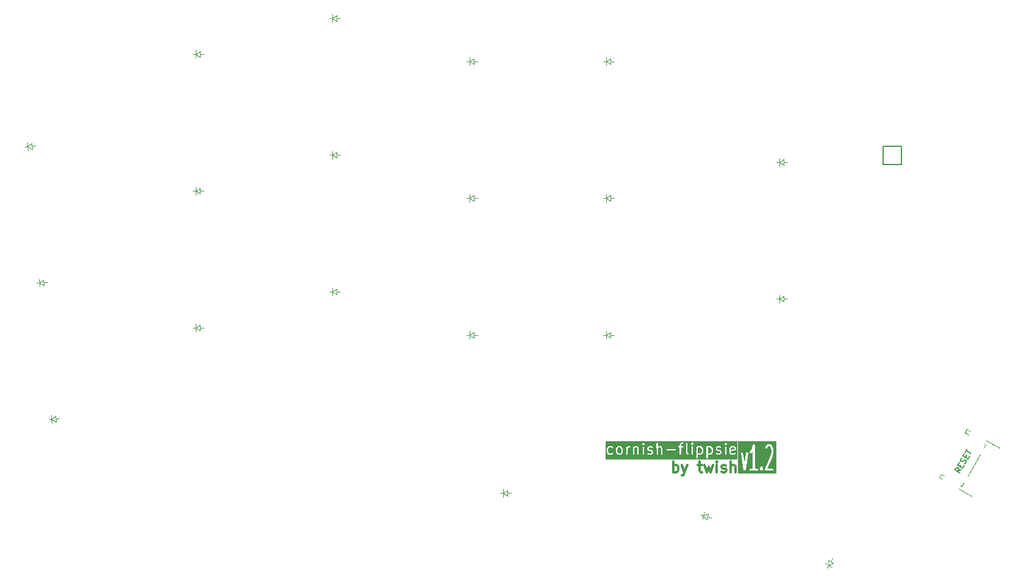
<source format=gbr>
%TF.GenerationSoftware,KiCad,Pcbnew,8.0.0*%
%TF.CreationDate,2024-03-23T03:27:30+01:00*%
%TF.ProjectId,cornish-v1.2,636f726e-6973-4682-9d76-312e322e6b69,v1.0.0*%
%TF.SameCoordinates,Original*%
%TF.FileFunction,Legend,Top*%
%TF.FilePolarity,Positive*%
%FSLAX46Y46*%
G04 Gerber Fmt 4.6, Leading zero omitted, Abs format (unit mm)*
G04 Created by KiCad (PCBNEW 8.0.0) date 2024-03-23 03:27:30*
%MOMM*%
%LPD*%
G01*
G04 APERTURE LIST*
%ADD10C,0.300000*%
%ADD11C,0.187500*%
%ADD12C,0.150000*%
%ADD13C,0.100000*%
%ADD14C,0.120000*%
G04 APERTURE END LIST*
D10*
X230554510Y-158300828D02*
X230554510Y-156800828D01*
X230554510Y-157372257D02*
X230697368Y-157300828D01*
X230697368Y-157300828D02*
X230983082Y-157300828D01*
X230983082Y-157300828D02*
X231125939Y-157372257D01*
X231125939Y-157372257D02*
X231197368Y-157443685D01*
X231197368Y-157443685D02*
X231268796Y-157586542D01*
X231268796Y-157586542D02*
X231268796Y-158015114D01*
X231268796Y-158015114D02*
X231197368Y-158157971D01*
X231197368Y-158157971D02*
X231125939Y-158229400D01*
X231125939Y-158229400D02*
X230983082Y-158300828D01*
X230983082Y-158300828D02*
X230697368Y-158300828D01*
X230697368Y-158300828D02*
X230554510Y-158229400D01*
X231768796Y-157300828D02*
X232125939Y-158300828D01*
X232483082Y-157300828D02*
X232125939Y-158300828D01*
X232125939Y-158300828D02*
X231983082Y-158657971D01*
X231983082Y-158657971D02*
X231911653Y-158729400D01*
X231911653Y-158729400D02*
X231768796Y-158800828D01*
X233983082Y-157300828D02*
X234554510Y-157300828D01*
X234197367Y-156800828D02*
X234197367Y-158086542D01*
X234197367Y-158086542D02*
X234268796Y-158229400D01*
X234268796Y-158229400D02*
X234411653Y-158300828D01*
X234411653Y-158300828D02*
X234554510Y-158300828D01*
X234911653Y-157300828D02*
X235197368Y-158300828D01*
X235197368Y-158300828D02*
X235483082Y-157586542D01*
X235483082Y-157586542D02*
X235768796Y-158300828D01*
X235768796Y-158300828D02*
X236054510Y-157300828D01*
X236625939Y-158300828D02*
X236625939Y-157300828D01*
X236625939Y-156800828D02*
X236554511Y-156872257D01*
X236554511Y-156872257D02*
X236625939Y-156943685D01*
X236625939Y-156943685D02*
X236697368Y-156872257D01*
X236697368Y-156872257D02*
X236625939Y-156800828D01*
X236625939Y-156800828D02*
X236625939Y-156943685D01*
X237268797Y-158229400D02*
X237411654Y-158300828D01*
X237411654Y-158300828D02*
X237697368Y-158300828D01*
X237697368Y-158300828D02*
X237840225Y-158229400D01*
X237840225Y-158229400D02*
X237911654Y-158086542D01*
X237911654Y-158086542D02*
X237911654Y-158015114D01*
X237911654Y-158015114D02*
X237840225Y-157872257D01*
X237840225Y-157872257D02*
X237697368Y-157800828D01*
X237697368Y-157800828D02*
X237483083Y-157800828D01*
X237483083Y-157800828D02*
X237340225Y-157729400D01*
X237340225Y-157729400D02*
X237268797Y-157586542D01*
X237268797Y-157586542D02*
X237268797Y-157515114D01*
X237268797Y-157515114D02*
X237340225Y-157372257D01*
X237340225Y-157372257D02*
X237483083Y-157300828D01*
X237483083Y-157300828D02*
X237697368Y-157300828D01*
X237697368Y-157300828D02*
X237840225Y-157372257D01*
X238554511Y-158300828D02*
X238554511Y-156800828D01*
X239197369Y-158300828D02*
X239197369Y-157515114D01*
X239197369Y-157515114D02*
X239125940Y-157372257D01*
X239125940Y-157372257D02*
X238983083Y-157300828D01*
X238983083Y-157300828D02*
X238768797Y-157300828D01*
X238768797Y-157300828D02*
X238625940Y-157372257D01*
X238625940Y-157372257D02*
X238554511Y-157443685D01*
G36*
X244854185Y-158504211D02*
G01*
X239584463Y-158504211D01*
X239584463Y-155703758D01*
X239962241Y-155703758D01*
X239963949Y-155733113D01*
X240320294Y-157976615D01*
X240319384Y-157982442D01*
X240324772Y-158004805D01*
X240328494Y-158028238D01*
X240331667Y-158033426D01*
X240333093Y-158039342D01*
X240346845Y-158058238D01*
X240359035Y-158078165D01*
X240363952Y-158081744D01*
X240367532Y-158086662D01*
X240387458Y-158098851D01*
X240406355Y-158112604D01*
X240412270Y-158114029D01*
X240417459Y-158117203D01*
X240440536Y-158120839D01*
X240463255Y-158126313D01*
X240469264Y-158125366D01*
X240475273Y-158126313D01*
X240497984Y-158120841D01*
X240521069Y-158117204D01*
X240526259Y-158114028D01*
X240532173Y-158112604D01*
X240551061Y-158098857D01*
X240570996Y-158086663D01*
X240574576Y-158081743D01*
X240579493Y-158078165D01*
X240591680Y-158058241D01*
X240605435Y-158039342D01*
X240606860Y-158033426D01*
X240610034Y-158028238D01*
X240617436Y-157999779D01*
X240976287Y-155703757D01*
X240962578Y-155646858D01*
X240928139Y-155599537D01*
X240878212Y-155568996D01*
X240820398Y-155559887D01*
X240763498Y-155573596D01*
X240716178Y-155608035D01*
X240685637Y-155657962D01*
X240678235Y-155686420D01*
X240469520Y-157021830D01*
X240252891Y-155657962D01*
X240222350Y-155608035D01*
X240175030Y-155573596D01*
X240118130Y-155559887D01*
X240060316Y-155568997D01*
X240010389Y-155599538D01*
X239975950Y-155646858D01*
X239962241Y-155703758D01*
X239584463Y-155703758D01*
X239584463Y-155527833D01*
X241177750Y-155527833D01*
X241181401Y-155586245D01*
X241207127Y-155638815D01*
X241251014Y-155677538D01*
X241306378Y-155696519D01*
X241364790Y-155692868D01*
X241417360Y-155667142D01*
X241438883Y-155647105D01*
X241578549Y-155485015D01*
X241592053Y-155472114D01*
X241596579Y-155464090D01*
X241598941Y-155461350D01*
X241600203Y-155457666D01*
X241605710Y-155447906D01*
X241607710Y-157828305D01*
X241297143Y-157829315D01*
X241243071Y-157851713D01*
X241201687Y-157893097D01*
X241179289Y-157947169D01*
X241179289Y-158005697D01*
X241201687Y-158059769D01*
X241243071Y-158101153D01*
X241297143Y-158123551D01*
X241326407Y-158126433D01*
X242212814Y-158123551D01*
X242266886Y-158101153D01*
X242308270Y-158059769D01*
X242330668Y-158005697D01*
X242330668Y-157947169D01*
X242308270Y-157893097D01*
X242266886Y-157851713D01*
X242239654Y-157840433D01*
X242607232Y-157840433D01*
X242608485Y-157843666D01*
X242608565Y-157847137D01*
X242617740Y-157875075D01*
X242693223Y-158039894D01*
X242699818Y-158056903D01*
X242701019Y-158058161D01*
X242701686Y-158059769D01*
X242702865Y-158060948D01*
X242703617Y-158062590D01*
X242722356Y-158080493D01*
X242740249Y-158099221D01*
X242741839Y-158099922D01*
X242743070Y-158101153D01*
X242744677Y-158101819D01*
X242745935Y-158103020D01*
X242770085Y-158112384D01*
X242793797Y-158122846D01*
X242795535Y-158122885D01*
X242797142Y-158123551D01*
X242798882Y-158123551D01*
X242800502Y-158124179D01*
X242826405Y-158123588D01*
X242852309Y-158124179D01*
X242853929Y-158123551D01*
X242855670Y-158123551D01*
X242857276Y-158122885D01*
X242859014Y-158122846D01*
X242882727Y-158112384D01*
X242906876Y-158103021D01*
X242908134Y-158101819D01*
X242909742Y-158101153D01*
X242910970Y-158099924D01*
X242912563Y-158099222D01*
X242930466Y-158080482D01*
X242949194Y-158062590D01*
X242950344Y-158060550D01*
X242951126Y-158059769D01*
X242951792Y-158058161D01*
X242952993Y-158056904D01*
X242954291Y-158053554D01*
X242963643Y-158036980D01*
X242978352Y-158002337D01*
X243250089Y-158002337D01*
X243250717Y-158003956D01*
X243250717Y-158005697D01*
X243261272Y-158031179D01*
X243271247Y-158056904D01*
X243272449Y-158058162D01*
X243273115Y-158059769D01*
X243292608Y-158079262D01*
X243311678Y-158099222D01*
X243313270Y-158099924D01*
X243314499Y-158101153D01*
X243339971Y-158111704D01*
X243365226Y-158122846D01*
X243366964Y-158122885D01*
X243368571Y-158123551D01*
X243397835Y-158126433D01*
X244355671Y-158123551D01*
X244409743Y-158101153D01*
X244451127Y-158059769D01*
X244473525Y-158005697D01*
X244473525Y-157947169D01*
X244451127Y-157893097D01*
X244409743Y-157851713D01*
X244355671Y-157829315D01*
X244326407Y-157826433D01*
X243626698Y-157828538D01*
X244386125Y-156100910D01*
X244396273Y-156083934D01*
X244399785Y-156069837D01*
X244401391Y-156066184D01*
X244401461Y-156063110D01*
X244403382Y-156055400D01*
X244469708Y-155586338D01*
X244473525Y-155577126D01*
X244476407Y-155547862D01*
X244473854Y-155235145D01*
X244476375Y-155220938D01*
X244473545Y-155197256D01*
X244473525Y-155194788D01*
X244473138Y-155193855D01*
X244472886Y-155191741D01*
X244401691Y-154880822D01*
X244401391Y-154867635D01*
X244392408Y-154840283D01*
X244392338Y-154839975D01*
X244392280Y-154839892D01*
X244392216Y-154839697D01*
X244319056Y-154679950D01*
X244313226Y-154662944D01*
X244307860Y-154655504D01*
X244306339Y-154652182D01*
X244303525Y-154649494D01*
X244296025Y-154639094D01*
X244166506Y-154495738D01*
X244165412Y-154493097D01*
X244152022Y-154479707D01*
X244131645Y-154457153D01*
X244127381Y-154455066D01*
X244124028Y-154451713D01*
X244101237Y-154442272D01*
X244079075Y-154431427D01*
X244074340Y-154431131D01*
X244069956Y-154429315D01*
X244040692Y-154426433D01*
X243706920Y-154428922D01*
X243703579Y-154427777D01*
X243682311Y-154429105D01*
X243654286Y-154429315D01*
X243649901Y-154431131D01*
X243645167Y-154431427D01*
X243623004Y-154442272D01*
X243600214Y-154451713D01*
X243596860Y-154455066D01*
X243592597Y-154457153D01*
X243571074Y-154477190D01*
X243431407Y-154639279D01*
X243417903Y-154652182D01*
X243413375Y-154660206D01*
X243411016Y-154662945D01*
X243409754Y-154666625D01*
X243403454Y-154677792D01*
X243322851Y-154867635D01*
X243321518Y-154926147D01*
X243342677Y-154980714D01*
X243383108Y-155023032D01*
X243436656Y-155046656D01*
X243495168Y-155047989D01*
X243549735Y-155026830D01*
X243592053Y-154986399D01*
X243606502Y-154960789D01*
X243664297Y-154824663D01*
X243749363Y-154725942D01*
X243972130Y-154724280D01*
X244053281Y-154814102D01*
X244109468Y-154936787D01*
X244176449Y-155229306D01*
X244178844Y-155522660D01*
X244178003Y-155526038D01*
X244113400Y-155982900D01*
X243274195Y-157892016D01*
X243273115Y-157893097D01*
X243263222Y-157916979D01*
X243251422Y-157943824D01*
X243251382Y-157945562D01*
X243250717Y-157947169D01*
X243250717Y-157974770D01*
X243250089Y-158002337D01*
X242978352Y-158002337D01*
X243023530Y-157895933D01*
X243024423Y-157894999D01*
X243029642Y-157881539D01*
X243044248Y-157847139D01*
X243044327Y-157843665D01*
X243045581Y-157840432D01*
X243044990Y-157814529D01*
X243045581Y-157788626D01*
X243044327Y-157785392D01*
X243044248Y-157781920D01*
X243035072Y-157753982D01*
X242959586Y-157589158D01*
X242952993Y-157572153D01*
X242951792Y-157570896D01*
X242951126Y-157569288D01*
X242949946Y-157568108D01*
X242949195Y-157566467D01*
X242930449Y-157548557D01*
X242912562Y-157529835D01*
X242910971Y-157529133D01*
X242909742Y-157527904D01*
X242908135Y-157527238D01*
X242906877Y-157526036D01*
X242882719Y-157516669D01*
X242859014Y-157506211D01*
X242857276Y-157506171D01*
X242855670Y-157505506D01*
X242853929Y-157505506D01*
X242852309Y-157504878D01*
X242826405Y-157505468D01*
X242800502Y-157504878D01*
X242798882Y-157505506D01*
X242797142Y-157505506D01*
X242795535Y-157506171D01*
X242793797Y-157506211D01*
X242770076Y-157516675D01*
X242745935Y-157526037D01*
X242744678Y-157527237D01*
X242743070Y-157527904D01*
X242741841Y-157529132D01*
X242740249Y-157529835D01*
X242722339Y-157548580D01*
X242703617Y-157566468D01*
X242702466Y-157568507D01*
X242701686Y-157569288D01*
X242701020Y-157570894D01*
X242699818Y-157572153D01*
X242698518Y-157575505D01*
X242689168Y-157592078D01*
X242629282Y-157733124D01*
X242628391Y-157734058D01*
X242623171Y-157747518D01*
X242608565Y-157781921D01*
X242608485Y-157785391D01*
X242607232Y-157788625D01*
X242607822Y-157814529D01*
X242607232Y-157840433D01*
X242239654Y-157840433D01*
X242212814Y-157829315D01*
X242183550Y-157826433D01*
X241904852Y-157827339D01*
X241902138Y-154597627D01*
X241904375Y-154589869D01*
X241902114Y-154568750D01*
X241902096Y-154547169D01*
X241899004Y-154539706D01*
X241898145Y-154531675D01*
X241887890Y-154512874D01*
X241879698Y-154493097D01*
X241873988Y-154487387D01*
X241870120Y-154480295D01*
X241853449Y-154466848D01*
X241838314Y-154451713D01*
X241830854Y-154448623D01*
X241824565Y-154443550D01*
X241804017Y-154437506D01*
X241784242Y-154429315D01*
X241776167Y-154429315D01*
X241768415Y-154427035D01*
X241747121Y-154429315D01*
X241725714Y-154429315D01*
X241718251Y-154432406D01*
X241710220Y-154433266D01*
X241691420Y-154443520D01*
X241671642Y-154451713D01*
X241665931Y-154457423D01*
X241658841Y-154461291D01*
X241645396Y-154477958D01*
X241630258Y-154493097D01*
X241627167Y-154500557D01*
X241622095Y-154506846D01*
X241611073Y-154534108D01*
X241477789Y-154996449D01*
X241474883Y-155001602D01*
X241346481Y-155298674D01*
X241196731Y-155472469D01*
X241177750Y-155527833D01*
X239584463Y-155527833D01*
X239584463Y-154048655D01*
X244854185Y-154048655D01*
X244854185Y-158504211D01*
G37*
D11*
G36*
X234422257Y-154952209D02*
G01*
X234473380Y-155001811D01*
X234529682Y-155111623D01*
X234531231Y-155496005D01*
X234477822Y-155605582D01*
X234428221Y-155656703D01*
X234318337Y-155713042D01*
X234076718Y-155714473D01*
X234002073Y-155678091D01*
X234001193Y-154936222D01*
X234071230Y-154900313D01*
X234312849Y-154898882D01*
X234422257Y-154952209D01*
G37*
G36*
X235779400Y-154952209D02*
G01*
X235830523Y-155001811D01*
X235886825Y-155111623D01*
X235888374Y-155496005D01*
X235834965Y-155605582D01*
X235785364Y-155656703D01*
X235675480Y-155713042D01*
X235433861Y-155714473D01*
X235359216Y-155678091D01*
X235358336Y-154936222D01*
X235428373Y-154900313D01*
X235669992Y-154898882D01*
X235779400Y-154952209D01*
G37*
G36*
X223279399Y-154952209D02*
G01*
X223330522Y-155001811D01*
X223386824Y-155111623D01*
X223388373Y-155496005D01*
X223334964Y-155605582D01*
X223285363Y-155656703D01*
X223175410Y-155713078D01*
X223005130Y-155714396D01*
X222895878Y-155661145D01*
X222844757Y-155611544D01*
X222788455Y-155501732D01*
X222786906Y-155117350D01*
X222840313Y-155007775D01*
X222889916Y-154956652D01*
X222999870Y-154900277D01*
X223170149Y-154898959D01*
X223279399Y-154952209D01*
G37*
G36*
X239052964Y-154946287D02*
G01*
X239101252Y-155040469D01*
X239101773Y-155087003D01*
X238573032Y-155194079D01*
X238572580Y-155046008D01*
X238620106Y-154948499D01*
X238714088Y-154900313D01*
X238955707Y-154898882D01*
X239052964Y-154946287D01*
G37*
G36*
X239455203Y-156565294D02*
G01*
X221148652Y-156565294D01*
X221148652Y-155092392D01*
X221315319Y-155092392D01*
X221316987Y-155506439D01*
X221316055Y-155509238D01*
X221317055Y-155523320D01*
X221317120Y-155539254D01*
X221318409Y-155542366D01*
X221318648Y-155545726D01*
X221325216Y-155562890D01*
X221397825Y-155704507D01*
X221402546Y-155715906D01*
X221405537Y-155719551D01*
X221406435Y-155721301D01*
X221408306Y-155722923D01*
X221414206Y-155730112D01*
X221487084Y-155800823D01*
X221494446Y-155809312D01*
X221498394Y-155811797D01*
X221499841Y-155813201D01*
X221502130Y-155814149D01*
X221510000Y-155819103D01*
X221641045Y-155882975D01*
X221642698Y-155884628D01*
X221654272Y-155889422D01*
X221670022Y-155897099D01*
X221673380Y-155897337D01*
X221676493Y-155898627D01*
X221694783Y-155900428D01*
X221966156Y-155898820D01*
X221968771Y-155899692D01*
X221982390Y-155898724D01*
X221998787Y-155898627D01*
X222001899Y-155897337D01*
X222005258Y-155897099D01*
X222022423Y-155890531D01*
X222180835Y-155809312D01*
X222204802Y-155781678D01*
X222216369Y-155746976D01*
X222213777Y-155710489D01*
X222197418Y-155677770D01*
X222169783Y-155653804D01*
X222135082Y-155642236D01*
X222098594Y-155644828D01*
X222081430Y-155651397D01*
X221961194Y-155713042D01*
X221719575Y-155714473D01*
X221610164Y-155661145D01*
X221559043Y-155611544D01*
X221502741Y-155501732D01*
X221501192Y-155117350D01*
X221513357Y-155092392D01*
X222601033Y-155092392D01*
X222602701Y-155506439D01*
X222601769Y-155509238D01*
X222602769Y-155523320D01*
X222602834Y-155539254D01*
X222604123Y-155542366D01*
X222604362Y-155545726D01*
X222610930Y-155562890D01*
X222683539Y-155704507D01*
X222688260Y-155715906D01*
X222691251Y-155719551D01*
X222692149Y-155721301D01*
X222694020Y-155722923D01*
X222699920Y-155730112D01*
X222772798Y-155800823D01*
X222780160Y-155809312D01*
X222784108Y-155811797D01*
X222785555Y-155813201D01*
X222787844Y-155814149D01*
X222795714Y-155819103D01*
X222926759Y-155882975D01*
X222928412Y-155884628D01*
X222939986Y-155889422D01*
X222955736Y-155897099D01*
X222959094Y-155897337D01*
X222962207Y-155898627D01*
X222980497Y-155900428D01*
X223180616Y-155898878D01*
X223183057Y-155899692D01*
X223196205Y-155898757D01*
X223213073Y-155898627D01*
X223216185Y-155897337D01*
X223219545Y-155897099D01*
X223236709Y-155890531D01*
X223378326Y-155817921D01*
X223389725Y-155813201D01*
X223393370Y-155810209D01*
X223395120Y-155809312D01*
X223396742Y-155807440D01*
X223403931Y-155801541D01*
X223474642Y-155728662D01*
X223483131Y-155721301D01*
X223485616Y-155717352D01*
X223487020Y-155715906D01*
X223487968Y-155713616D01*
X223492922Y-155705747D01*
X223556794Y-155574701D01*
X223558447Y-155573049D01*
X223563241Y-155561474D01*
X223570918Y-155545725D01*
X223571156Y-155542366D01*
X223572446Y-155539254D01*
X223574247Y-155520964D01*
X223572578Y-155106916D01*
X223573511Y-155104118D01*
X223572510Y-155090035D01*
X223572446Y-155074102D01*
X223571156Y-155070989D01*
X223570918Y-155067631D01*
X223564350Y-155050466D01*
X223491736Y-154908839D01*
X223487019Y-154897450D01*
X223484029Y-154893806D01*
X223483131Y-154892055D01*
X223481259Y-154890432D01*
X223475360Y-154883243D01*
X223402483Y-154812535D01*
X223397403Y-154806678D01*
X224029604Y-154806678D01*
X224031405Y-155824968D01*
X224045404Y-155858763D01*
X224071269Y-155884628D01*
X224105064Y-155898627D01*
X224141644Y-155898627D01*
X224175439Y-155884628D01*
X224201304Y-155858763D01*
X224215303Y-155824968D01*
X224217104Y-155806678D01*
X224215883Y-155116516D01*
X224268885Y-155007775D01*
X224318488Y-154956652D01*
X224428574Y-154900210D01*
X224570216Y-154898627D01*
X224604011Y-154884628D01*
X224629876Y-154858763D01*
X224643875Y-154824968D01*
X224643875Y-154806678D01*
X224958175Y-154806678D01*
X224959976Y-155824968D01*
X224973975Y-155858763D01*
X224999840Y-155884628D01*
X225033635Y-155898627D01*
X225070215Y-155898627D01*
X225104010Y-155884628D01*
X225129875Y-155858763D01*
X225143874Y-155824968D01*
X225145675Y-155806678D01*
X225144228Y-154989016D01*
X225175630Y-154956652D01*
X225285584Y-154900277D01*
X225455863Y-154898959D01*
X225552962Y-154946287D01*
X225601075Y-155040128D01*
X225602834Y-155824968D01*
X225616833Y-155858763D01*
X225642698Y-155884628D01*
X225676493Y-155898627D01*
X225713073Y-155898627D01*
X225746868Y-155884628D01*
X225772733Y-155858763D01*
X225786732Y-155824968D01*
X225788533Y-155806678D01*
X225786805Y-155035662D01*
X225787797Y-155032689D01*
X225786766Y-155018192D01*
X225786732Y-155002674D01*
X225785442Y-154999561D01*
X225785204Y-154996202D01*
X225778635Y-154979037D01*
X225707991Y-154841253D01*
X225704800Y-154831680D01*
X225700599Y-154826836D01*
X225697416Y-154820627D01*
X225688534Y-154812924D01*
X225683117Y-154806678D01*
X226315318Y-154806678D01*
X226317119Y-155824968D01*
X226331118Y-155858763D01*
X226356983Y-155884628D01*
X226390778Y-155898627D01*
X226427358Y-155898627D01*
X226461153Y-155884628D01*
X226487018Y-155858763D01*
X226501017Y-155824968D01*
X226502818Y-155806678D01*
X226501428Y-155020964D01*
X226958176Y-155020964D01*
X226959348Y-155079357D01*
X226958912Y-155080666D01*
X226959556Y-155089735D01*
X226959977Y-155110682D01*
X226961266Y-155113794D01*
X226961505Y-155117153D01*
X226968073Y-155134318D01*
X227038715Y-155272101D01*
X227041908Y-155281678D01*
X227046109Y-155286522D01*
X227049292Y-155292730D01*
X227058173Y-155300432D01*
X227065874Y-155309312D01*
X227075126Y-155315136D01*
X227076926Y-155316697D01*
X227078370Y-155317178D01*
X227081428Y-155319103D01*
X227212476Y-155382977D01*
X227214127Y-155384628D01*
X227225688Y-155389416D01*
X227241451Y-155397100D01*
X227244812Y-155397338D01*
X227247922Y-155398627D01*
X227266212Y-155400428D01*
X227455863Y-155398959D01*
X227552962Y-155446287D01*
X227601431Y-155540821D01*
X227601993Y-155568800D01*
X227555173Y-155664857D01*
X227461193Y-155713042D01*
X227219575Y-155714473D01*
X227076688Y-155644829D01*
X227040200Y-155642236D01*
X227005498Y-155653804D01*
X226977864Y-155677770D01*
X226961505Y-155710488D01*
X226958912Y-155746976D01*
X226970480Y-155781678D01*
X226994446Y-155809312D01*
X227010000Y-155819103D01*
X227141045Y-155882975D01*
X227142698Y-155884628D01*
X227154272Y-155889422D01*
X227170022Y-155897099D01*
X227173380Y-155897337D01*
X227176493Y-155898627D01*
X227194783Y-155900428D01*
X227466156Y-155898820D01*
X227468771Y-155899692D01*
X227482390Y-155898724D01*
X227498787Y-155898627D01*
X227501899Y-155897337D01*
X227505259Y-155897099D01*
X227522423Y-155890531D01*
X227660203Y-155819889D01*
X227669781Y-155816697D01*
X227674626Y-155812494D01*
X227680834Y-155809312D01*
X227688536Y-155800430D01*
X227697416Y-155792730D01*
X227703240Y-155783477D01*
X227704801Y-155781678D01*
X227705282Y-155780233D01*
X227707207Y-155777176D01*
X227771081Y-155646128D01*
X227772733Y-155644477D01*
X227777525Y-155632908D01*
X227785204Y-155617154D01*
X227785442Y-155613794D01*
X227786732Y-155610682D01*
X227788533Y-155592392D01*
X227787360Y-155533997D01*
X227787797Y-155532689D01*
X227787152Y-155523619D01*
X227786732Y-155502674D01*
X227785442Y-155499561D01*
X227785204Y-155496202D01*
X227778635Y-155479037D01*
X227707991Y-155341253D01*
X227704800Y-155331680D01*
X227700599Y-155326836D01*
X227697416Y-155320627D01*
X227688534Y-155312924D01*
X227680834Y-155304045D01*
X227671578Y-155298218D01*
X227669781Y-155296660D01*
X227668338Y-155296179D01*
X227665280Y-155294254D01*
X227534233Y-155230379D01*
X227532582Y-155228728D01*
X227521012Y-155223935D01*
X227505259Y-155216257D01*
X227501899Y-155216018D01*
X227498787Y-155214729D01*
X227480497Y-155212928D01*
X227290845Y-155214396D01*
X227193745Y-155167069D01*
X227145277Y-155072534D01*
X227144715Y-155044554D01*
X227191533Y-154948499D01*
X227285584Y-154900277D01*
X227455863Y-154898959D01*
X227598592Y-154968528D01*
X227635079Y-154971121D01*
X227669781Y-154959554D01*
X227697416Y-154935587D01*
X227713775Y-154902869D01*
X227716368Y-154866381D01*
X227704800Y-154831680D01*
X227680834Y-154804045D01*
X227665280Y-154794254D01*
X227534233Y-154730379D01*
X227532582Y-154728728D01*
X227521012Y-154723935D01*
X227505259Y-154716257D01*
X227501899Y-154716018D01*
X227498787Y-154714729D01*
X227480497Y-154712928D01*
X227280378Y-154714477D01*
X227277938Y-154713664D01*
X227264789Y-154714598D01*
X227247922Y-154714729D01*
X227244809Y-154716018D01*
X227241450Y-154716257D01*
X227224286Y-154722825D01*
X227086505Y-154793466D01*
X227076926Y-154796660D01*
X227072079Y-154800863D01*
X227065874Y-154804045D01*
X227058173Y-154812924D01*
X227049292Y-154820627D01*
X227043465Y-154829882D01*
X227041907Y-154831680D01*
X227041426Y-154833122D01*
X227039501Y-154836181D01*
X226975627Y-154967227D01*
X226973976Y-154968879D01*
X226969184Y-154980447D01*
X226961505Y-154996202D01*
X226961266Y-154999561D01*
X226959977Y-155002674D01*
X226958176Y-155020964D01*
X226501428Y-155020964D01*
X226501017Y-154788388D01*
X226487018Y-154754593D01*
X226461153Y-154728728D01*
X226427358Y-154714729D01*
X226390778Y-154714729D01*
X226356983Y-154728728D01*
X226331118Y-154754593D01*
X226317119Y-154788388D01*
X226315318Y-154806678D01*
X225683117Y-154806678D01*
X225680834Y-154804045D01*
X225671578Y-154798218D01*
X225669781Y-154796660D01*
X225668338Y-154796179D01*
X225665280Y-154794254D01*
X225534233Y-154730379D01*
X225532582Y-154728728D01*
X225521012Y-154723935D01*
X225505259Y-154716257D01*
X225501899Y-154716018D01*
X225498787Y-154714729D01*
X225480497Y-154712928D01*
X225280377Y-154714477D01*
X225277936Y-154713664D01*
X225264787Y-154714598D01*
X225247921Y-154714729D01*
X225244808Y-154716018D01*
X225241449Y-154716257D01*
X225224284Y-154722826D01*
X225135559Y-154768316D01*
X225129875Y-154754593D01*
X225104010Y-154728728D01*
X225070215Y-154714729D01*
X225033635Y-154714729D01*
X224999840Y-154728728D01*
X224973975Y-154754593D01*
X224959976Y-154788388D01*
X224958175Y-154806678D01*
X224643875Y-154806678D01*
X224643875Y-154788388D01*
X224629876Y-154754593D01*
X224604011Y-154728728D01*
X224570216Y-154714729D01*
X224551926Y-154712928D01*
X224422911Y-154714369D01*
X224420794Y-154713664D01*
X224408612Y-154714529D01*
X224390779Y-154714729D01*
X224387666Y-154716018D01*
X224384307Y-154716257D01*
X224367142Y-154722826D01*
X224225521Y-154795436D01*
X224215322Y-154799661D01*
X224215303Y-154788388D01*
X224201304Y-154754593D01*
X224175439Y-154728728D01*
X224141644Y-154714729D01*
X224105064Y-154714729D01*
X224071269Y-154728728D01*
X224045404Y-154754593D01*
X224031405Y-154788388D01*
X224029604Y-154806678D01*
X223397403Y-154806678D01*
X223395120Y-154804045D01*
X223391168Y-154801557D01*
X223389724Y-154800156D01*
X223387437Y-154799208D01*
X223379566Y-154794254D01*
X223248519Y-154730379D01*
X223246868Y-154728728D01*
X223235298Y-154723935D01*
X223219545Y-154716257D01*
X223216185Y-154716018D01*
X223213073Y-154714729D01*
X223194783Y-154712928D01*
X222994663Y-154714477D01*
X222992222Y-154713664D01*
X222979073Y-154714598D01*
X222962207Y-154714729D01*
X222959094Y-154716018D01*
X222955735Y-154716257D01*
X222938570Y-154722826D01*
X222796949Y-154795436D01*
X222785556Y-154800156D01*
X222781911Y-154803147D01*
X222780160Y-154804045D01*
X222778537Y-154805915D01*
X222771349Y-154811815D01*
X222700644Y-154884686D01*
X222692149Y-154892055D01*
X222689661Y-154896006D01*
X222688261Y-154897450D01*
X222687314Y-154899735D01*
X222682358Y-154907609D01*
X222618484Y-155038655D01*
X222616833Y-155040307D01*
X222612041Y-155051875D01*
X222604362Y-155067630D01*
X222604123Y-155070989D01*
X222602834Y-155074102D01*
X222601033Y-155092392D01*
X221513357Y-155092392D01*
X221554599Y-155007775D01*
X221604202Y-154956652D01*
X221714086Y-154900313D01*
X221955704Y-154898882D01*
X222098593Y-154968528D01*
X222135081Y-154971121D01*
X222169782Y-154959553D01*
X222197417Y-154935587D01*
X222213776Y-154902869D01*
X222216369Y-154866381D01*
X222204801Y-154831679D01*
X222180835Y-154804045D01*
X222165281Y-154794254D01*
X222034233Y-154730379D01*
X222032582Y-154728728D01*
X222021013Y-154723935D01*
X222005259Y-154716257D01*
X222001899Y-154716018D01*
X221998787Y-154714729D01*
X221980497Y-154712928D01*
X221709123Y-154714535D01*
X221706508Y-154713664D01*
X221692888Y-154714631D01*
X221676493Y-154714729D01*
X221673380Y-154716018D01*
X221670021Y-154716257D01*
X221652856Y-154722826D01*
X221511235Y-154795436D01*
X221499842Y-154800156D01*
X221496197Y-154803147D01*
X221494446Y-154804045D01*
X221492823Y-154805915D01*
X221485635Y-154811815D01*
X221414930Y-154884686D01*
X221406435Y-154892055D01*
X221403947Y-154896006D01*
X221402547Y-154897450D01*
X221401600Y-154899735D01*
X221396644Y-154907609D01*
X221332770Y-155038655D01*
X221331119Y-155040307D01*
X221326327Y-155051875D01*
X221318648Y-155067630D01*
X221318409Y-155070989D01*
X221317120Y-155074102D01*
X221315319Y-155092392D01*
X221148652Y-155092392D01*
X221148652Y-154396397D01*
X226245691Y-154396397D01*
X226246615Y-154398627D01*
X226259689Y-154430192D01*
X226271349Y-154444398D01*
X226356983Y-154527485D01*
X226390778Y-154541484D01*
X226427358Y-154541484D01*
X226448588Y-154532690D01*
X226461152Y-154527486D01*
X226475359Y-154515827D01*
X226558414Y-154430225D01*
X226558448Y-154430192D01*
X226572446Y-154396396D01*
X226572446Y-154359818D01*
X226558448Y-154326022D01*
X226546788Y-154311816D01*
X226541493Y-154306678D01*
X228243890Y-154306678D01*
X228245691Y-155824968D01*
X228259690Y-155858763D01*
X228285555Y-155884628D01*
X228319350Y-155898627D01*
X228355930Y-155898627D01*
X228389725Y-155884628D01*
X228415590Y-155858763D01*
X228429589Y-155824968D01*
X228431390Y-155806678D01*
X228430419Y-154988526D01*
X228461345Y-154956652D01*
X228571299Y-154900277D01*
X228741578Y-154898959D01*
X228838677Y-154946287D01*
X228886790Y-155040128D01*
X228888549Y-155824968D01*
X228902548Y-155858763D01*
X228928413Y-155884628D01*
X228962208Y-155898627D01*
X228998788Y-155898627D01*
X229032583Y-155884628D01*
X229058448Y-155858763D01*
X229072447Y-155824968D01*
X229074248Y-155806678D01*
X229073008Y-155253540D01*
X229602834Y-155253540D01*
X229616833Y-155287335D01*
X229642698Y-155313200D01*
X229676493Y-155327199D01*
X229694783Y-155329000D01*
X230855931Y-155327199D01*
X230889726Y-155313200D01*
X230915591Y-155287335D01*
X230929590Y-155253540D01*
X230929590Y-155216960D01*
X230915591Y-155183165D01*
X230889726Y-155157300D01*
X230855931Y-155143301D01*
X230837641Y-155141500D01*
X229676493Y-155143301D01*
X229642698Y-155157300D01*
X229616833Y-155183165D01*
X229602834Y-155216960D01*
X229602834Y-155253540D01*
X229073008Y-155253540D01*
X229072520Y-155035662D01*
X229073512Y-155032689D01*
X229072481Y-155018192D01*
X229072447Y-155002674D01*
X229071157Y-154999561D01*
X229070919Y-154996202D01*
X229064350Y-154979037D01*
X228993706Y-154841253D01*
X228990515Y-154831680D01*
X228986314Y-154826836D01*
X228985356Y-154824968D01*
X231245692Y-154824968D01*
X231259691Y-154858763D01*
X231285556Y-154884628D01*
X231319351Y-154898627D01*
X231337641Y-154900428D01*
X231458699Y-154900058D01*
X231459977Y-155824968D01*
X231473976Y-155858763D01*
X231499841Y-155884628D01*
X231533636Y-155898627D01*
X231570216Y-155898627D01*
X231604011Y-155884628D01*
X231629876Y-155858763D01*
X231643875Y-155824968D01*
X231645676Y-155806678D01*
X231644423Y-154899491D01*
X231927359Y-154898627D01*
X231961154Y-154884628D01*
X231987019Y-154858763D01*
X232001018Y-154824968D01*
X232001018Y-154788388D01*
X231987019Y-154754593D01*
X231961154Y-154728728D01*
X231927359Y-154714729D01*
X231909069Y-154712928D01*
X231644166Y-154713737D01*
X231643935Y-154546155D01*
X231691535Y-154448498D01*
X231785717Y-154400210D01*
X231927359Y-154398627D01*
X231961154Y-154384628D01*
X231987019Y-154358763D01*
X232001018Y-154324968D01*
X232001018Y-154306678D01*
X232315319Y-154306678D01*
X232317074Y-155577608D01*
X232316055Y-155580666D01*
X232317098Y-155595354D01*
X232317120Y-155610682D01*
X232318409Y-155613794D01*
X232318648Y-155617154D01*
X232325216Y-155634318D01*
X232395859Y-155772102D01*
X232399052Y-155781678D01*
X232403253Y-155786522D01*
X232406436Y-155792730D01*
X232415316Y-155800431D01*
X232423018Y-155809312D01*
X232432274Y-155815138D01*
X232434070Y-155816696D01*
X232435511Y-155817176D01*
X232438572Y-155819103D01*
X232598594Y-155897099D01*
X232635081Y-155899692D01*
X232669783Y-155888125D01*
X232697418Y-155864158D01*
X232713777Y-155831440D01*
X232716369Y-155794952D01*
X232704802Y-155760250D01*
X232680835Y-155732616D01*
X232665281Y-155722825D01*
X232550889Y-155667069D01*
X232502792Y-155573260D01*
X232501734Y-154806678D01*
X233101033Y-154806678D01*
X233102834Y-155824968D01*
X233116833Y-155858763D01*
X233142698Y-155884628D01*
X233176493Y-155898627D01*
X233213073Y-155898627D01*
X233246868Y-155884628D01*
X233272733Y-155858763D01*
X233286732Y-155824968D01*
X233288533Y-155806678D01*
X233286764Y-154806678D01*
X233815319Y-154806678D01*
X233816428Y-155741725D01*
X233816055Y-155746976D01*
X233816435Y-155748118D01*
X233817120Y-156324968D01*
X233831119Y-156358763D01*
X233856984Y-156384628D01*
X233890779Y-156398627D01*
X233927359Y-156398627D01*
X233961154Y-156384628D01*
X233987019Y-156358763D01*
X234001018Y-156324968D01*
X234002819Y-156306678D01*
X234002319Y-155885654D01*
X234011403Y-155889416D01*
X234027166Y-155897100D01*
X234030527Y-155897338D01*
X234033637Y-155898627D01*
X234051927Y-155900428D01*
X234323300Y-155898820D01*
X234325915Y-155899692D01*
X234339534Y-155898724D01*
X234355931Y-155898627D01*
X234359043Y-155897337D01*
X234362403Y-155897099D01*
X234379567Y-155890531D01*
X234521184Y-155817921D01*
X234532583Y-155813201D01*
X234536228Y-155810209D01*
X234537978Y-155809312D01*
X234539600Y-155807440D01*
X234546789Y-155801541D01*
X234617500Y-155728662D01*
X234625989Y-155721301D01*
X234628474Y-155717352D01*
X234629878Y-155715906D01*
X234630826Y-155713616D01*
X234635780Y-155705747D01*
X234699652Y-155574701D01*
X234701305Y-155573049D01*
X234706099Y-155561474D01*
X234713776Y-155545725D01*
X234714014Y-155542366D01*
X234715304Y-155539254D01*
X234717105Y-155520964D01*
X234715436Y-155106916D01*
X234716369Y-155104118D01*
X234715368Y-155090035D01*
X234715304Y-155074102D01*
X234714014Y-155070989D01*
X234713776Y-155067631D01*
X234707208Y-155050466D01*
X234634594Y-154908839D01*
X234629877Y-154897450D01*
X234626887Y-154893806D01*
X234625989Y-154892055D01*
X234624117Y-154890432D01*
X234618218Y-154883243D01*
X234545341Y-154812535D01*
X234540261Y-154806678D01*
X235172462Y-154806678D01*
X235173571Y-155741725D01*
X235173198Y-155746976D01*
X235173578Y-155748118D01*
X235174263Y-156324968D01*
X235188262Y-156358763D01*
X235214127Y-156384628D01*
X235247922Y-156398627D01*
X235284502Y-156398627D01*
X235318297Y-156384628D01*
X235344162Y-156358763D01*
X235358161Y-156324968D01*
X235359962Y-156306678D01*
X235359462Y-155885654D01*
X235368546Y-155889416D01*
X235384309Y-155897100D01*
X235387670Y-155897338D01*
X235390780Y-155898627D01*
X235409070Y-155900428D01*
X235680443Y-155898820D01*
X235683058Y-155899692D01*
X235696677Y-155898724D01*
X235713074Y-155898627D01*
X235716186Y-155897337D01*
X235719546Y-155897099D01*
X235736710Y-155890531D01*
X235878327Y-155817921D01*
X235889726Y-155813201D01*
X235893371Y-155810209D01*
X235895121Y-155809312D01*
X235896743Y-155807440D01*
X235903932Y-155801541D01*
X235974643Y-155728662D01*
X235983132Y-155721301D01*
X235985617Y-155717352D01*
X235987021Y-155715906D01*
X235987969Y-155713616D01*
X235992923Y-155705747D01*
X236056795Y-155574701D01*
X236058448Y-155573049D01*
X236063242Y-155561474D01*
X236070919Y-155545725D01*
X236071157Y-155542366D01*
X236072447Y-155539254D01*
X236074248Y-155520964D01*
X236072579Y-155106916D01*
X236073512Y-155104118D01*
X236072511Y-155090035D01*
X236072447Y-155074102D01*
X236071157Y-155070989D01*
X236070919Y-155067631D01*
X236064351Y-155050466D01*
X236049225Y-155020964D01*
X236458177Y-155020964D01*
X236459349Y-155079357D01*
X236458913Y-155080666D01*
X236459557Y-155089735D01*
X236459978Y-155110682D01*
X236461267Y-155113794D01*
X236461506Y-155117153D01*
X236468074Y-155134318D01*
X236538716Y-155272101D01*
X236541909Y-155281678D01*
X236546110Y-155286522D01*
X236549293Y-155292730D01*
X236558174Y-155300432D01*
X236565875Y-155309312D01*
X236575127Y-155315136D01*
X236576927Y-155316697D01*
X236578371Y-155317178D01*
X236581429Y-155319103D01*
X236712477Y-155382977D01*
X236714128Y-155384628D01*
X236725689Y-155389416D01*
X236741452Y-155397100D01*
X236744813Y-155397338D01*
X236747923Y-155398627D01*
X236766213Y-155400428D01*
X236955864Y-155398959D01*
X237052963Y-155446287D01*
X237101432Y-155540821D01*
X237101994Y-155568800D01*
X237055174Y-155664857D01*
X236961194Y-155713042D01*
X236719576Y-155714473D01*
X236576689Y-155644829D01*
X236540201Y-155642236D01*
X236505499Y-155653804D01*
X236477865Y-155677770D01*
X236461506Y-155710488D01*
X236458913Y-155746976D01*
X236470481Y-155781678D01*
X236494447Y-155809312D01*
X236510001Y-155819103D01*
X236641046Y-155882975D01*
X236642699Y-155884628D01*
X236654273Y-155889422D01*
X236670023Y-155897099D01*
X236673381Y-155897337D01*
X236676494Y-155898627D01*
X236694784Y-155900428D01*
X236966157Y-155898820D01*
X236968772Y-155899692D01*
X236982391Y-155898724D01*
X236998788Y-155898627D01*
X237001900Y-155897337D01*
X237005260Y-155897099D01*
X237022424Y-155890531D01*
X237160204Y-155819889D01*
X237169782Y-155816697D01*
X237174627Y-155812494D01*
X237180835Y-155809312D01*
X237188537Y-155800430D01*
X237197417Y-155792730D01*
X237203241Y-155783477D01*
X237204802Y-155781678D01*
X237205283Y-155780233D01*
X237207208Y-155777176D01*
X237271082Y-155646128D01*
X237272734Y-155644477D01*
X237277526Y-155632908D01*
X237285205Y-155617154D01*
X237285443Y-155613794D01*
X237286733Y-155610682D01*
X237288534Y-155592392D01*
X237287361Y-155533997D01*
X237287798Y-155532689D01*
X237287153Y-155523619D01*
X237286733Y-155502674D01*
X237285443Y-155499561D01*
X237285205Y-155496202D01*
X237278636Y-155479037D01*
X237207992Y-155341253D01*
X237204801Y-155331680D01*
X237200600Y-155326836D01*
X237197417Y-155320627D01*
X237188535Y-155312924D01*
X237180835Y-155304045D01*
X237171579Y-155298218D01*
X237169782Y-155296660D01*
X237168339Y-155296179D01*
X237165281Y-155294254D01*
X237034234Y-155230379D01*
X237032583Y-155228728D01*
X237021013Y-155223935D01*
X237005260Y-155216257D01*
X237001900Y-155216018D01*
X236998788Y-155214729D01*
X236980498Y-155212928D01*
X236790846Y-155214396D01*
X236693746Y-155167069D01*
X236645278Y-155072534D01*
X236644716Y-155044554D01*
X236691534Y-154948499D01*
X236785585Y-154900277D01*
X236955864Y-154898959D01*
X237098593Y-154968528D01*
X237135080Y-154971121D01*
X237169782Y-154959554D01*
X237197417Y-154935587D01*
X237213776Y-154902869D01*
X237216369Y-154866381D01*
X237204801Y-154831680D01*
X237183118Y-154806678D01*
X237743891Y-154806678D01*
X237745692Y-155824968D01*
X237759691Y-155858763D01*
X237785556Y-155884628D01*
X237819351Y-155898627D01*
X237855931Y-155898627D01*
X237889726Y-155884628D01*
X237915591Y-155858763D01*
X237929590Y-155824968D01*
X237931391Y-155806678D01*
X237930507Y-155306776D01*
X238386749Y-155306776D01*
X238387635Y-155311207D01*
X238388449Y-155577772D01*
X238387485Y-155580666D01*
X238388502Y-155594977D01*
X238388550Y-155610682D01*
X238389839Y-155613794D01*
X238390078Y-155617153D01*
X238396646Y-155634318D01*
X238467288Y-155772101D01*
X238470481Y-155781678D01*
X238474682Y-155786522D01*
X238477865Y-155792730D01*
X238486746Y-155800432D01*
X238494447Y-155809312D01*
X238503699Y-155815136D01*
X238505499Y-155816697D01*
X238506943Y-155817178D01*
X238510001Y-155819103D01*
X238641049Y-155882977D01*
X238642700Y-155884628D01*
X238654261Y-155889416D01*
X238670024Y-155897100D01*
X238673385Y-155897338D01*
X238676495Y-155898627D01*
X238694785Y-155900428D01*
X238966158Y-155898820D01*
X238968773Y-155899692D01*
X238982392Y-155898724D01*
X238998789Y-155898627D01*
X239001901Y-155897337D01*
X239005261Y-155897099D01*
X239022425Y-155890531D01*
X239180836Y-155809312D01*
X239204803Y-155781678D01*
X239216370Y-155746976D01*
X239213778Y-155710488D01*
X239197419Y-155677770D01*
X239169784Y-155653803D01*
X239135082Y-155642236D01*
X239098595Y-155644829D01*
X239081430Y-155651397D01*
X238961195Y-155713042D01*
X238719576Y-155714473D01*
X238622318Y-155667069D01*
X238574190Y-155573197D01*
X238573610Y-155383474D01*
X239204221Y-155255770D01*
X239213075Y-155255770D01*
X239221543Y-155252261D01*
X239230753Y-155250397D01*
X239238384Y-155245285D01*
X239246870Y-155241771D01*
X239253434Y-155235206D01*
X239261146Y-155230042D01*
X239266240Y-155222401D01*
X239272735Y-155215906D01*
X239276287Y-155207329D01*
X239281436Y-155199607D01*
X239283218Y-155190597D01*
X239286734Y-155182111D01*
X239288535Y-155163821D01*
X239288534Y-155163733D01*
X239288536Y-155163723D01*
X239288533Y-155163711D01*
X239287093Y-155034806D01*
X239287799Y-155032689D01*
X239286933Y-155020507D01*
X239286734Y-155002674D01*
X239285444Y-154999561D01*
X239285206Y-154996202D01*
X239278637Y-154979037D01*
X239207993Y-154841253D01*
X239204802Y-154831680D01*
X239200601Y-154826836D01*
X239197418Y-154820627D01*
X239188536Y-154812924D01*
X239180836Y-154804045D01*
X239171580Y-154798218D01*
X239169783Y-154796660D01*
X239168340Y-154796179D01*
X239165282Y-154794254D01*
X239034235Y-154730379D01*
X239032584Y-154728728D01*
X239021014Y-154723935D01*
X239005261Y-154716257D01*
X239001901Y-154716018D01*
X238998789Y-154714729D01*
X238980499Y-154712928D01*
X238709125Y-154714535D01*
X238706511Y-154713664D01*
X238692891Y-154714631D01*
X238676495Y-154714729D01*
X238673382Y-154716018D01*
X238670023Y-154716257D01*
X238652859Y-154722825D01*
X238515078Y-154793466D01*
X238505499Y-154796660D01*
X238500652Y-154800863D01*
X238494447Y-154804045D01*
X238486746Y-154812924D01*
X238477865Y-154820627D01*
X238472038Y-154829882D01*
X238470480Y-154831680D01*
X238469999Y-154833122D01*
X238468074Y-154836181D01*
X238404200Y-154967227D01*
X238402549Y-154968879D01*
X238397757Y-154980447D01*
X238390078Y-154996202D01*
X238389839Y-154999561D01*
X238388550Y-155002674D01*
X238386749Y-155020964D01*
X238387608Y-155302430D01*
X238386749Y-155306776D01*
X237930507Y-155306776D01*
X237929590Y-154788388D01*
X237915591Y-154754593D01*
X237889726Y-154728728D01*
X237855931Y-154714729D01*
X237819351Y-154714729D01*
X237785556Y-154728728D01*
X237759691Y-154754593D01*
X237745692Y-154788388D01*
X237743891Y-154806678D01*
X237183118Y-154806678D01*
X237180835Y-154804045D01*
X237165281Y-154794254D01*
X237034234Y-154730379D01*
X237032583Y-154728728D01*
X237021013Y-154723935D01*
X237005260Y-154716257D01*
X237001900Y-154716018D01*
X236998788Y-154714729D01*
X236980498Y-154712928D01*
X236780379Y-154714477D01*
X236777939Y-154713664D01*
X236764790Y-154714598D01*
X236747923Y-154714729D01*
X236744810Y-154716018D01*
X236741451Y-154716257D01*
X236724287Y-154722825D01*
X236586506Y-154793466D01*
X236576927Y-154796660D01*
X236572080Y-154800863D01*
X236565875Y-154804045D01*
X236558174Y-154812924D01*
X236549293Y-154820627D01*
X236543466Y-154829882D01*
X236541908Y-154831680D01*
X236541427Y-154833122D01*
X236539502Y-154836181D01*
X236475628Y-154967227D01*
X236473977Y-154968879D01*
X236469185Y-154980447D01*
X236461506Y-154996202D01*
X236461267Y-154999561D01*
X236459978Y-155002674D01*
X236458177Y-155020964D01*
X236049225Y-155020964D01*
X235991737Y-154908839D01*
X235987020Y-154897450D01*
X235984030Y-154893806D01*
X235983132Y-154892055D01*
X235981260Y-154890432D01*
X235975361Y-154883243D01*
X235902484Y-154812535D01*
X235895121Y-154804045D01*
X235891169Y-154801557D01*
X235889725Y-154800156D01*
X235887438Y-154799208D01*
X235879567Y-154794254D01*
X235748520Y-154730379D01*
X235746869Y-154728728D01*
X235735299Y-154723935D01*
X235719546Y-154716257D01*
X235716186Y-154716018D01*
X235713074Y-154714729D01*
X235694784Y-154712928D01*
X235423410Y-154714535D01*
X235420796Y-154713664D01*
X235407176Y-154714631D01*
X235390780Y-154714729D01*
X235387667Y-154716018D01*
X235384308Y-154716257D01*
X235367144Y-154722825D01*
X235330950Y-154741381D01*
X235318297Y-154728728D01*
X235284502Y-154714729D01*
X235247922Y-154714729D01*
X235214127Y-154728728D01*
X235188262Y-154754593D01*
X235174263Y-154788388D01*
X235172462Y-154806678D01*
X234540261Y-154806678D01*
X234537978Y-154804045D01*
X234534026Y-154801557D01*
X234532582Y-154800156D01*
X234530295Y-154799208D01*
X234522424Y-154794254D01*
X234391377Y-154730379D01*
X234389726Y-154728728D01*
X234378156Y-154723935D01*
X234362403Y-154716257D01*
X234359043Y-154716018D01*
X234355931Y-154714729D01*
X234337641Y-154712928D01*
X234066267Y-154714535D01*
X234063653Y-154713664D01*
X234050033Y-154714631D01*
X234033637Y-154714729D01*
X234030524Y-154716018D01*
X234027165Y-154716257D01*
X234010001Y-154722825D01*
X233973807Y-154741381D01*
X233961154Y-154728728D01*
X233927359Y-154714729D01*
X233890779Y-154714729D01*
X233856984Y-154728728D01*
X233831119Y-154754593D01*
X233817120Y-154788388D01*
X233815319Y-154806678D01*
X233286764Y-154806678D01*
X233286732Y-154788388D01*
X233272733Y-154754593D01*
X233246868Y-154728728D01*
X233213073Y-154714729D01*
X233176493Y-154714729D01*
X233142698Y-154728728D01*
X233116833Y-154754593D01*
X233102834Y-154788388D01*
X233101033Y-154806678D01*
X232501734Y-154806678D01*
X232501167Y-154396397D01*
X233031406Y-154396397D01*
X233032330Y-154398627D01*
X233045404Y-154430192D01*
X233057064Y-154444398D01*
X233142698Y-154527485D01*
X233176493Y-154541484D01*
X233213073Y-154541484D01*
X233234303Y-154532690D01*
X233246867Y-154527486D01*
X233261074Y-154515827D01*
X233344129Y-154430225D01*
X233344163Y-154430192D01*
X233358161Y-154396397D01*
X237674264Y-154396397D01*
X237675188Y-154398627D01*
X237688262Y-154430192D01*
X237699922Y-154444398D01*
X237785556Y-154527485D01*
X237819351Y-154541484D01*
X237855931Y-154541484D01*
X237877161Y-154532690D01*
X237889725Y-154527486D01*
X237903932Y-154515827D01*
X237986987Y-154430225D01*
X237987021Y-154430192D01*
X238001019Y-154396396D01*
X238001019Y-154359818D01*
X237987021Y-154326022D01*
X237975361Y-154311816D01*
X237889726Y-154228727D01*
X237865828Y-154218829D01*
X237855931Y-154214729D01*
X237819351Y-154214729D01*
X237809453Y-154218829D01*
X237785556Y-154228727D01*
X237785550Y-154228732D01*
X237771349Y-154240387D01*
X237688294Y-154325989D01*
X237688262Y-154326022D01*
X237674701Y-154358762D01*
X237674264Y-154359818D01*
X237674264Y-154396397D01*
X233358161Y-154396397D01*
X233358161Y-154396396D01*
X233358161Y-154359818D01*
X233344163Y-154326022D01*
X233332503Y-154311816D01*
X233246868Y-154228727D01*
X233222970Y-154218829D01*
X233213073Y-154214729D01*
X233176493Y-154214729D01*
X233166595Y-154218829D01*
X233142698Y-154228727D01*
X233142692Y-154228732D01*
X233128491Y-154240387D01*
X233045436Y-154325989D01*
X233045404Y-154326022D01*
X233031843Y-154358762D01*
X233031406Y-154359818D01*
X233031406Y-154396397D01*
X232501167Y-154396397D01*
X232501018Y-154288388D01*
X232487019Y-154254593D01*
X232461154Y-154228728D01*
X232427359Y-154214729D01*
X232390779Y-154214729D01*
X232356984Y-154228728D01*
X232331119Y-154254593D01*
X232317120Y-154288388D01*
X232315319Y-154306678D01*
X232001018Y-154306678D01*
X232001018Y-154288388D01*
X231987019Y-154254593D01*
X231961154Y-154228728D01*
X231927359Y-154214729D01*
X231909069Y-154212928D01*
X231780054Y-154214369D01*
X231777937Y-154213664D01*
X231765755Y-154214529D01*
X231747922Y-154214729D01*
X231744809Y-154216018D01*
X231741450Y-154216257D01*
X231724285Y-154222826D01*
X231586501Y-154293469D01*
X231576928Y-154296661D01*
X231572084Y-154300861D01*
X231565875Y-154304045D01*
X231558172Y-154312926D01*
X231549293Y-154320627D01*
X231543466Y-154329882D01*
X231541908Y-154331680D01*
X231541427Y-154333122D01*
X231539502Y-154336181D01*
X231475627Y-154467227D01*
X231473976Y-154468879D01*
X231469183Y-154480448D01*
X231461505Y-154496202D01*
X231461266Y-154499561D01*
X231459977Y-154502674D01*
X231458176Y-154520964D01*
X231458443Y-154714304D01*
X231319351Y-154714729D01*
X231285556Y-154728728D01*
X231259691Y-154754593D01*
X231245692Y-154788388D01*
X231245692Y-154824968D01*
X228985356Y-154824968D01*
X228983131Y-154820627D01*
X228974249Y-154812924D01*
X228966549Y-154804045D01*
X228957293Y-154798218D01*
X228955496Y-154796660D01*
X228954053Y-154796179D01*
X228950995Y-154794254D01*
X228819948Y-154730379D01*
X228818297Y-154728728D01*
X228806727Y-154723935D01*
X228790974Y-154716257D01*
X228787614Y-154716018D01*
X228784502Y-154714729D01*
X228766212Y-154712928D01*
X228566092Y-154714477D01*
X228563651Y-154713664D01*
X228550502Y-154714598D01*
X228533636Y-154714729D01*
X228530523Y-154716018D01*
X228527164Y-154716257D01*
X228509999Y-154722826D01*
X228430152Y-154763764D01*
X228429589Y-154288388D01*
X228415590Y-154254593D01*
X228389725Y-154228728D01*
X228355930Y-154214729D01*
X228319350Y-154214729D01*
X228285555Y-154228728D01*
X228259690Y-154254593D01*
X228245691Y-154288388D01*
X228243890Y-154306678D01*
X226541493Y-154306678D01*
X226461153Y-154228727D01*
X226437255Y-154218829D01*
X226427358Y-154214729D01*
X226390778Y-154214729D01*
X226380880Y-154218829D01*
X226356983Y-154228727D01*
X226356977Y-154228732D01*
X226342776Y-154240387D01*
X226259721Y-154325989D01*
X226259689Y-154326022D01*
X226246128Y-154358762D01*
X226245691Y-154359818D01*
X226245691Y-154396397D01*
X221148652Y-154396397D01*
X221148652Y-154046261D01*
X239455203Y-154046261D01*
X239455203Y-156565294D01*
G37*
D12*
X270574915Y-158022988D02*
X270111667Y-158063452D01*
X270346343Y-158418886D02*
X269653523Y-158018886D01*
X269653523Y-158018886D02*
X269805904Y-157754954D01*
X269805904Y-157754954D02*
X269876991Y-157708019D01*
X269876991Y-157708019D02*
X269929030Y-157694075D01*
X269929030Y-157694075D02*
X270014060Y-157699179D01*
X270014060Y-157699179D02*
X270113035Y-157756322D01*
X270113035Y-157756322D02*
X270159970Y-157827408D01*
X270159970Y-157827408D02*
X270173914Y-157879447D01*
X270173914Y-157879447D02*
X270168810Y-157964478D01*
X270168810Y-157964478D02*
X270016429Y-158228409D01*
X270383438Y-157516542D02*
X270516771Y-157285601D01*
X270936820Y-157396151D02*
X270746343Y-157726065D01*
X270746343Y-157726065D02*
X270053523Y-157326065D01*
X270053523Y-157326065D02*
X270243999Y-156996151D01*
X271056209Y-157113171D02*
X271146344Y-157033245D01*
X271146344Y-157033245D02*
X271241582Y-156868287D01*
X271241582Y-156868287D02*
X271246686Y-156783257D01*
X271246686Y-156783257D02*
X271232742Y-156731218D01*
X271232742Y-156731218D02*
X271185807Y-156660131D01*
X271185807Y-156660131D02*
X271119824Y-156622036D01*
X271119824Y-156622036D02*
X271034793Y-156616932D01*
X271034793Y-156616932D02*
X270982754Y-156630876D01*
X270982754Y-156630876D02*
X270911667Y-156677811D01*
X270911667Y-156677811D02*
X270802485Y-156790729D01*
X270802485Y-156790729D02*
X270731399Y-156837665D01*
X270731399Y-156837665D02*
X270679360Y-156851608D01*
X270679360Y-156851608D02*
X270594329Y-156846505D01*
X270594329Y-156846505D02*
X270528346Y-156808409D01*
X270528346Y-156808409D02*
X270481411Y-156737323D01*
X270481411Y-156737323D02*
X270467467Y-156685284D01*
X270467467Y-156685284D02*
X270472571Y-156600253D01*
X270472571Y-156600253D02*
X270567809Y-156435296D01*
X270567809Y-156435296D02*
X270657943Y-156355369D01*
X271126295Y-156229875D02*
X271259628Y-155998934D01*
X271679677Y-156109484D02*
X271489201Y-156439398D01*
X271489201Y-156439398D02*
X270796381Y-156039398D01*
X270796381Y-156039398D02*
X270986857Y-155709484D01*
X271101143Y-155511535D02*
X271329714Y-155115638D01*
X271908249Y-155713586D02*
X271215429Y-155313586D01*
D13*
%TO.C,D12*%
X201866126Y-101251688D02*
X202266126Y-101251688D01*
X202266126Y-101251688D02*
X202266126Y-100701688D01*
X202266126Y-101251688D02*
X202266126Y-101801688D01*
X202266126Y-101251688D02*
X202866126Y-100851688D01*
X202866126Y-100851688D02*
X202866126Y-101651688D01*
X202866126Y-101251688D02*
X203366126Y-101251688D01*
X202866126Y-101651688D02*
X202266126Y-101251688D01*
%TO.C,D20*%
X244866127Y-115251688D02*
X245266127Y-115251688D01*
X245266127Y-115251688D02*
X245266127Y-114701688D01*
X245266127Y-115251688D02*
X245266127Y-115801688D01*
X245266127Y-115251688D02*
X245866127Y-114851688D01*
X245866127Y-114851688D02*
X245866127Y-115651688D01*
X245866127Y-115251688D02*
X246366127Y-115251688D01*
X245866127Y-115651688D02*
X245266127Y-115251688D01*
%TO.C,D13*%
X220866126Y-139251688D02*
X221266126Y-139251688D01*
X221266126Y-139251688D02*
X221266126Y-138701688D01*
X221266126Y-139251688D02*
X221266126Y-139801688D01*
X221266126Y-139251688D02*
X221866126Y-138851688D01*
X221866126Y-138851688D02*
X221866126Y-139651688D01*
X221866126Y-139251688D02*
X222366126Y-139251688D01*
X221866126Y-139651688D02*
X221266126Y-139251688D01*
%TO.C,D9*%
X182866126Y-95251688D02*
X183266126Y-95251688D01*
X183266126Y-95251688D02*
X183266126Y-94701688D01*
X183266126Y-95251688D02*
X183266126Y-95801688D01*
X183266126Y-95251688D02*
X183866126Y-94851688D01*
X183866126Y-94851688D02*
X183866126Y-95651688D01*
X183866126Y-95251688D02*
X184366126Y-95251688D01*
X183866126Y-95651688D02*
X183266126Y-95251688D01*
%TO.C,D6*%
X163866126Y-100251688D02*
X164266126Y-100251688D01*
X164266126Y-100251688D02*
X164266126Y-99701688D01*
X164266126Y-100251688D02*
X164266126Y-100801688D01*
X164266126Y-100251688D02*
X164866126Y-99851688D01*
X164866126Y-99851688D02*
X164866126Y-100651688D01*
X164866126Y-100251688D02*
X165366126Y-100251688D01*
X164866126Y-100651688D02*
X164266126Y-100251688D01*
%TO.C,D7*%
X182866126Y-133251688D02*
X183266126Y-133251688D01*
X183266126Y-133251688D02*
X183266126Y-132701688D01*
X183266126Y-133251688D02*
X183266126Y-133801688D01*
X183266126Y-133251688D02*
X183866126Y-132851688D01*
X183866126Y-132851688D02*
X183866126Y-133651688D01*
X183866126Y-133251688D02*
X184366126Y-133251688D01*
X183866126Y-133651688D02*
X183266126Y-133251688D01*
%TO.C,D17*%
X234354365Y-164264422D02*
X234740734Y-164367950D01*
X234740734Y-164367950D02*
X234598384Y-164899211D01*
X234740734Y-164367950D02*
X234883086Y-163836691D01*
X234740734Y-164367950D02*
X235423818Y-164136871D01*
X235216763Y-164909612D02*
X234740734Y-164367950D01*
X235320290Y-164523242D02*
X235803253Y-164652652D01*
X235423818Y-164136871D02*
X235216763Y-164909612D01*
%TO.C,D4*%
X163866126Y-138251688D02*
X164266126Y-138251688D01*
X164266126Y-138251688D02*
X164266126Y-137701688D01*
X164266126Y-138251688D02*
X164266126Y-138801688D01*
X164266126Y-138251688D02*
X164866126Y-137851688D01*
X164866126Y-137851688D02*
X164866126Y-138651688D01*
X164866126Y-138251688D02*
X165366126Y-138251688D01*
X164866126Y-138651688D02*
X164266126Y-138251688D01*
%TO.C,D5*%
X163866126Y-119251688D02*
X164266126Y-119251688D01*
X164266126Y-119251688D02*
X164266126Y-118701688D01*
X164266126Y-119251688D02*
X164266126Y-119801688D01*
X164266126Y-119251688D02*
X164866126Y-118851688D01*
X164866126Y-118851688D02*
X164866126Y-119651688D01*
X164866126Y-119251688D02*
X165366126Y-119251688D01*
X164866126Y-119651688D02*
X164266126Y-119251688D01*
%TO.C,D15*%
X220866126Y-101251688D02*
X221266126Y-101251688D01*
X221266126Y-101251688D02*
X221266126Y-100701688D01*
X221266126Y-101251688D02*
X221266126Y-101801688D01*
X221266126Y-101251688D02*
X221866126Y-100851688D01*
X221866126Y-100851688D02*
X221866126Y-101651688D01*
X221866126Y-101251688D02*
X222366126Y-101251688D01*
X221866126Y-101651688D02*
X221266126Y-101251688D01*
%TO.C,D16*%
X206566126Y-161251688D02*
X206966126Y-161251688D01*
X206966126Y-161251688D02*
X206966126Y-160701688D01*
X206966126Y-161251688D02*
X206966126Y-161801688D01*
X206966126Y-161251688D02*
X207566126Y-160851688D01*
X207566126Y-160851688D02*
X207566126Y-161651688D01*
X207566126Y-161251688D02*
X208066126Y-161251688D01*
X207566126Y-161651688D02*
X206966126Y-161251688D01*
D12*
%TO.C,_41*%
X259726126Y-115551688D02*
X259726126Y-113011688D01*
X262266126Y-113011688D02*
X259726126Y-113011688D01*
X262266126Y-113011688D02*
X262266126Y-115551688D01*
X262266126Y-115551688D02*
X259726126Y-115551688D01*
D13*
%TO.C,D1*%
X143849748Y-150972809D02*
X144248226Y-150937947D01*
X144248226Y-150937947D02*
X144200291Y-150390039D01*
X144248226Y-150937947D02*
X144296162Y-151485853D01*
X144248226Y-150937947D02*
X144811080Y-150487175D01*
X144811080Y-150487175D02*
X144880805Y-151284131D01*
X144845943Y-150885653D02*
X145344040Y-150842075D01*
X144880805Y-151284131D02*
X144248226Y-150937947D01*
%TO.C,D10*%
X201866126Y-139251688D02*
X202266126Y-139251688D01*
X202266126Y-139251688D02*
X202266126Y-138701688D01*
X202266126Y-139251688D02*
X202266126Y-139801688D01*
X202266126Y-139251688D02*
X202866126Y-138851688D01*
X202866126Y-138851688D02*
X202866126Y-139651688D01*
X202866126Y-139251688D02*
X203366126Y-139251688D01*
X202866126Y-139651688D02*
X202266126Y-139251688D01*
%TO.C,D11*%
X201866126Y-120251688D02*
X202266126Y-120251688D01*
X202266126Y-120251688D02*
X202266126Y-119701688D01*
X202266126Y-120251688D02*
X202266126Y-120801688D01*
X202266126Y-120251688D02*
X202866126Y-119851688D01*
X202866126Y-119851688D02*
X202866126Y-120651688D01*
X202866126Y-120251688D02*
X203366126Y-120251688D01*
X202866126Y-120651688D02*
X202266126Y-120251688D01*
%TO.C,D19*%
X244866127Y-134251688D02*
X245266127Y-134251688D01*
X245266127Y-134251688D02*
X245266127Y-133701688D01*
X245266127Y-134251688D02*
X245266127Y-134801688D01*
X245266127Y-134251688D02*
X245866127Y-133851688D01*
X245866127Y-133851688D02*
X245866127Y-134651688D01*
X245866127Y-134251688D02*
X246366127Y-134251688D01*
X245866127Y-134651688D02*
X245266127Y-134251688D01*
%TO.C,D18*%
X251922882Y-171604668D02*
X252122882Y-171258258D01*
X252076470Y-170538643D02*
X252769293Y-170938643D01*
X252122882Y-171258258D02*
X251646568Y-170983258D01*
X252122882Y-171258258D02*
X252076470Y-170538643D01*
X252122882Y-171258258D02*
X252599196Y-171533257D01*
X252422882Y-170738643D02*
X252672882Y-170305630D01*
X252769293Y-170938643D02*
X252122882Y-171258258D01*
%TO.C,D2*%
X142193789Y-132045109D02*
X142592267Y-132010247D01*
X142592267Y-132010247D02*
X142544332Y-131462339D01*
X142592267Y-132010247D02*
X142640203Y-132558153D01*
X142592267Y-132010247D02*
X143155121Y-131559475D01*
X143155121Y-131559475D02*
X143224846Y-132356431D01*
X143189984Y-131957953D02*
X143688081Y-131914375D01*
X143224846Y-132356431D02*
X142592267Y-132010247D01*
%TO.C,D14*%
X220866126Y-120251688D02*
X221266126Y-120251688D01*
X221266126Y-120251688D02*
X221266126Y-119701688D01*
X221266126Y-120251688D02*
X221266126Y-120801688D01*
X221266126Y-120251688D02*
X221866126Y-119851688D01*
X221866126Y-119851688D02*
X221866126Y-120651688D01*
X221866126Y-120251688D02*
X222366126Y-120251688D01*
X221866126Y-120651688D02*
X221266126Y-120251688D01*
D14*
%TO.C,_42*%
X267729607Y-158606621D02*
X267469605Y-159056953D01*
X267911279Y-159311954D02*
X267469605Y-159056953D01*
X268171276Y-158861621D02*
X267729607Y-158606621D01*
X270622130Y-160276620D02*
X270422943Y-160161620D01*
X270892131Y-159808968D02*
X270622130Y-160276620D01*
X271329605Y-152371239D02*
X271069604Y-152821572D01*
X271511279Y-153076571D02*
X271069604Y-152821572D01*
X271771278Y-152626239D02*
X271329605Y-152371239D01*
X271981598Y-161661955D02*
X270162944Y-160611952D01*
X273142129Y-155911853D02*
X271442128Y-158856340D01*
X273962128Y-154491572D02*
X273692127Y-154959224D01*
X273962128Y-154491572D02*
X273762943Y-154376569D01*
X275841597Y-154976238D02*
X274022944Y-153926238D01*
D13*
%TO.C,D8*%
X182866126Y-114251688D02*
X183266126Y-114251688D01*
X183266126Y-114251688D02*
X183266126Y-113701688D01*
X183266126Y-114251688D02*
X183266126Y-114801688D01*
X183266126Y-114251688D02*
X183866126Y-113851688D01*
X183866126Y-113851688D02*
X183866126Y-114651688D01*
X183866126Y-114251688D02*
X184366126Y-114251688D01*
X183866126Y-114651688D02*
X183266126Y-114251688D01*
%TO.C,D3*%
X140537830Y-113117411D02*
X140936308Y-113082549D01*
X140936308Y-113082549D02*
X140888373Y-112534641D01*
X140936308Y-113082549D02*
X140984244Y-113630455D01*
X140936308Y-113082549D02*
X141499162Y-112631777D01*
X141499162Y-112631777D02*
X141568887Y-113428733D01*
X141534025Y-113030255D02*
X142032122Y-112986677D01*
X141568887Y-113428733D02*
X140936308Y-113082549D01*
%TD*%
M02*

</source>
